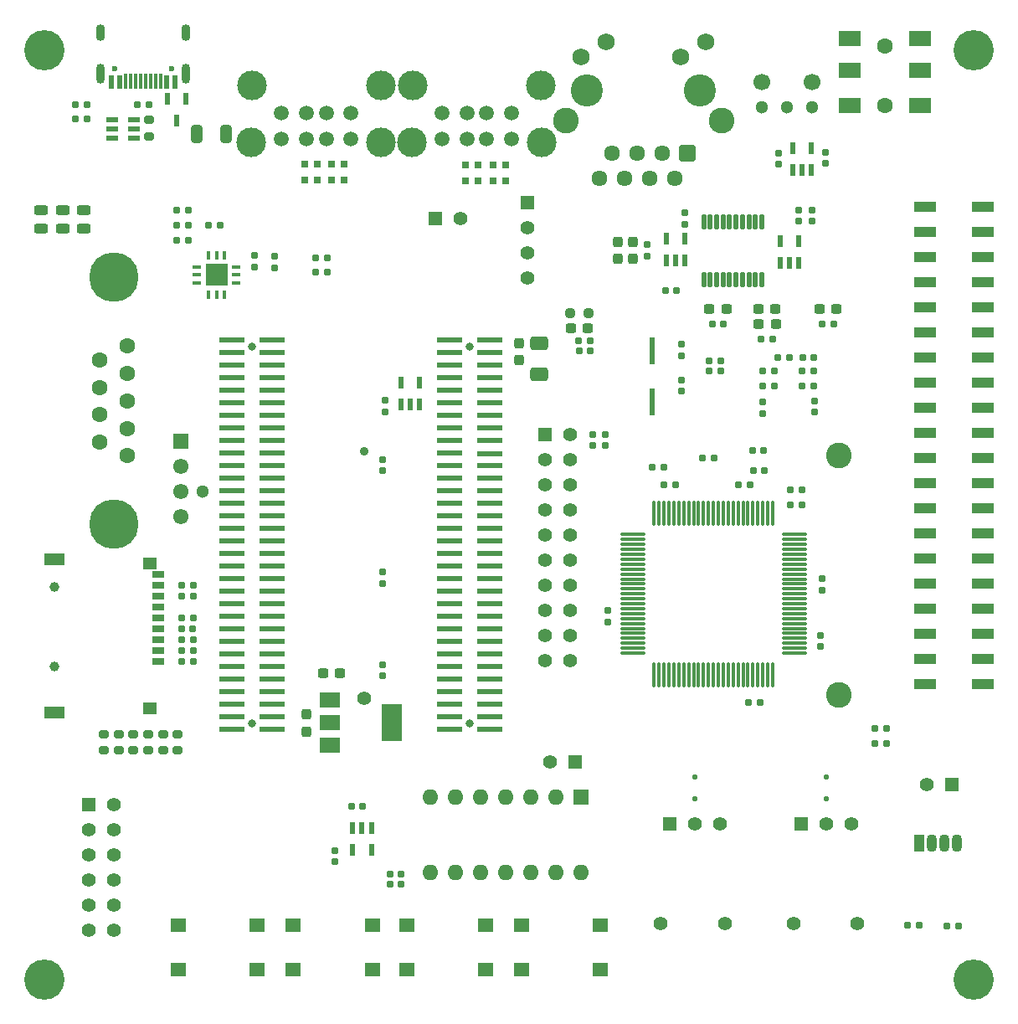
<source format=gts>
G04 #@! TF.GenerationSoftware,KiCad,Pcbnew,8.0.2-1*
G04 #@! TF.CreationDate,2024-06-26T09:27:30-04:00*
G04 #@! TF.ProjectId,MiniCamel,4d696e69-4361-46d6-956c-2e6b69636164,2.1*
G04 #@! TF.SameCoordinates,PX16e3600PY6052340*
G04 #@! TF.FileFunction,Soldermask,Top*
G04 #@! TF.FilePolarity,Negative*
%FSLAX46Y46*%
G04 Gerber Fmt 4.6, Leading zero omitted, Abs format (unit mm)*
G04 Created by KiCad (PCBNEW 8.0.2-1) date 2024-06-26 09:27:30*
%MOMM*%
%LPD*%
G01*
G04 APERTURE LIST*
G04 Aperture macros list*
%AMRoundRect*
0 Rectangle with rounded corners*
0 $1 Rounding radius*
0 $2 $3 $4 $5 $6 $7 $8 $9 X,Y pos of 4 corners*
0 Add a 4 corners polygon primitive as box body*
4,1,4,$2,$3,$4,$5,$6,$7,$8,$9,$2,$3,0*
0 Add four circle primitives for the rounded corners*
1,1,$1+$1,$2,$3*
1,1,$1+$1,$4,$5*
1,1,$1+$1,$6,$7*
1,1,$1+$1,$8,$9*
0 Add four rect primitives between the rounded corners*
20,1,$1+$1,$2,$3,$4,$5,0*
20,1,$1+$1,$4,$5,$6,$7,0*
20,1,$1+$1,$6,$7,$8,$9,0*
20,1,$1+$1,$8,$9,$2,$3,0*%
G04 Aperture macros list end*
%ADD10C,1.500000*%
%ADD11C,3.000000*%
%ADD12RoundRect,0.155000X0.155000X-0.212500X0.155000X0.212500X-0.155000X0.212500X-0.155000X-0.212500X0*%
%ADD13R,1.397000X1.397000*%
%ADD14C,1.397000*%
%ADD15RoundRect,0.237500X-0.250000X-0.237500X0.250000X-0.237500X0.250000X0.237500X-0.250000X0.237500X0*%
%ADD16RoundRect,0.237500X0.300000X0.237500X-0.300000X0.237500X-0.300000X-0.237500X0.300000X-0.237500X0*%
%ADD17RoundRect,0.160000X-0.197500X-0.160000X0.197500X-0.160000X0.197500X0.160000X-0.197500X0.160000X0*%
%ADD18R,0.600000X1.200000*%
%ADD19RoundRect,0.155000X0.212500X0.155000X-0.212500X0.155000X-0.212500X-0.155000X0.212500X-0.155000X0*%
%ADD20C,4.064000*%
%ADD21RoundRect,0.250000X-0.650000X0.412500X-0.650000X-0.412500X0.650000X-0.412500X0.650000X0.412500X0*%
%ADD22RoundRect,0.160000X-0.160000X0.197500X-0.160000X-0.197500X0.160000X-0.197500X0.160000X0.197500X0*%
%ADD23RoundRect,0.200000X0.275000X-0.200000X0.275000X0.200000X-0.275000X0.200000X-0.275000X-0.200000X0*%
%ADD24RoundRect,0.155000X-0.212500X-0.155000X0.212500X-0.155000X0.212500X0.155000X-0.212500X0.155000X0*%
%ADD25RoundRect,0.125000X-0.125000X0.125000X-0.125000X-0.125000X0.125000X-0.125000X0.125000X0.125000X0*%
%ADD26R,0.600000X2.800000*%
%ADD27RoundRect,0.112500X-0.112500X0.637500X-0.112500X-0.637500X0.112500X-0.637500X0.112500X0.637500X0*%
%ADD28R,1.600000X1.400000*%
%ADD29R,2.300000X1.020000*%
%ADD30R,0.700000X0.700000*%
%ADD31O,0.950000X0.370000*%
%ADD32O,0.370000X0.950000*%
%ADD33R,2.200000X2.200000*%
%ADD34RoundRect,0.237500X-0.237500X0.300000X-0.237500X-0.300000X0.237500X-0.300000X0.237500X0.300000X0*%
%ADD35C,3.250000*%
%ADD36RoundRect,0.102000X-0.704000X-0.704000X0.704000X-0.704000X0.704000X0.704000X-0.704000X0.704000X0*%
%ADD37C,1.612000*%
%ADD38C,1.734000*%
%ADD39C,2.604000*%
%ADD40R,1.200000X0.600000*%
%ADD41RoundRect,0.155000X-0.155000X0.212500X-0.155000X-0.212500X0.155000X-0.212500X0.155000X0.212500X0*%
%ADD42RoundRect,0.160000X0.197500X0.160000X-0.197500X0.160000X-0.197500X-0.160000X0.197500X-0.160000X0*%
%ADD43C,1.600000*%
%ADD44C,5.000000*%
%ADD45RoundRect,0.075000X-1.162500X-0.075000X1.162500X-0.075000X1.162500X0.075000X-1.162500X0.075000X0*%
%ADD46RoundRect,0.075000X-0.075000X-1.162500X0.075000X-1.162500X0.075000X1.162500X-0.075000X1.162500X0*%
%ADD47R,1.070000X1.800000*%
%ADD48O,1.070000X1.800000*%
%ADD49RoundRect,0.243750X0.456250X-0.243750X0.456250X0.243750X-0.456250X0.243750X-0.456250X-0.243750X0*%
%ADD50RoundRect,0.237500X-0.300000X-0.237500X0.300000X-0.237500X0.300000X0.237500X-0.300000X0.237500X0*%
%ADD51R,2.200000X1.600000*%
%ADD52RoundRect,0.237500X0.237500X-0.300000X0.237500X0.300000X-0.237500X0.300000X-0.237500X-0.300000X0*%
%ADD53C,0.600000*%
%ADD54R,0.600000X1.440000*%
%ADD55R,0.300000X1.500000*%
%ADD56O,0.900000X2.000000*%
%ADD57O,0.900000X1.700000*%
%ADD58C,1.300000*%
%ADD59C,1.700000*%
%ADD60R,2.000000X3.800000*%
%ADD61R,2.000000X1.500000*%
%ADD62R,1.600000X1.600000*%
%ADD63O,1.600000X1.600000*%
%ADD64RoundRect,0.160000X0.160000X-0.197500X0.160000X0.197500X-0.160000X0.197500X-0.160000X-0.197500X0*%
%ADD65R,1.530000X1.530000*%
%ADD66C,1.550000*%
%ADD67C,0.800000*%
%ADD68R,2.600000X0.630000*%
%ADD69RoundRect,0.250000X-0.325000X-0.650000X0.325000X-0.650000X0.325000X0.650000X-0.325000X0.650000X0*%
%ADD70C,1.000000*%
%ADD71R,1.300000X0.700000*%
%ADD72R,2.000000X1.200000*%
%ADD73R,1.400000X1.200000*%
%ADD74C,1.400000*%
%ADD75C,2.600000*%
%ADD76C,0.900000*%
G04 APERTURE END LIST*
D10*
X50220000Y64990000D03*
X47720000Y64990000D03*
X45720000Y64990000D03*
X43220000Y64990000D03*
X50220000Y67590000D03*
X47720000Y67590000D03*
X45720000Y67590000D03*
X43220000Y67590000D03*
D11*
X53270000Y64640000D03*
X53220000Y70440000D03*
X40220000Y70440000D03*
X40170000Y64640000D03*
D12*
X37249989Y10682492D03*
X37249989Y11817492D03*
D13*
X51875000Y58560000D03*
D14*
X51875000Y56020000D03*
X51875000Y53480000D03*
X51875000Y50940000D03*
D15*
X56200000Y47375000D03*
X58025000Y47375000D03*
D16*
X32887506Y11000005D03*
X31162506Y11000005D03*
D17*
X16850000Y13275000D03*
X18045000Y13275000D03*
D18*
X39050000Y38150000D03*
X40000000Y38150000D03*
X40950000Y38150000D03*
X40950000Y40350000D03*
X39050000Y40350000D03*
D19*
X75842500Y31500000D03*
X74707500Y31500000D03*
D20*
X97000000Y-20000000D03*
D19*
X82817500Y46310000D03*
X81682500Y46310000D03*
D17*
X30402500Y53000000D03*
X31597500Y53000000D03*
D19*
X66810000Y30000000D03*
X65675000Y30000000D03*
X39075000Y-10330000D03*
X37940000Y-10330000D03*
D10*
X34000000Y65000000D03*
X31500000Y65000000D03*
X29500000Y65000000D03*
X27000000Y65000000D03*
X34000000Y67600000D03*
X31500000Y67600000D03*
X29500000Y67600000D03*
X27000000Y67600000D03*
D11*
X37050000Y64650000D03*
X37000000Y70450000D03*
X24000000Y70450000D03*
X23950000Y64650000D03*
D21*
X53000000Y44312500D03*
X53000000Y41187500D03*
D17*
X16852500Y18775000D03*
X18047500Y18775000D03*
D19*
X75367500Y8030000D03*
X74232500Y8030000D03*
D22*
X24225000Y53195000D03*
X24225000Y52000000D03*
D12*
X80630000Y56690000D03*
X80630000Y57825000D03*
D23*
X9000000Y3174994D03*
X9000000Y4824994D03*
D17*
X75627500Y41550000D03*
X76822500Y41550000D03*
D24*
X12432500Y68500000D03*
X13567500Y68500000D03*
D25*
X68770000Y447500D03*
X68770000Y-1752500D03*
D26*
X64460000Y43585000D03*
X64460000Y38435000D03*
D27*
X75550000Y56600000D03*
X74900000Y56600000D03*
X74250000Y56600000D03*
X73600000Y56600000D03*
X72950000Y56600000D03*
X72300000Y56600000D03*
X71650000Y56600000D03*
X71000000Y56600000D03*
X70350000Y56600000D03*
X69700000Y56600000D03*
X69700000Y50800000D03*
X70350000Y50800000D03*
X71000000Y50800000D03*
X71650000Y50800000D03*
X72300000Y50800000D03*
X72950000Y50800000D03*
X73600000Y50800000D03*
X74250000Y50800000D03*
X74900000Y50800000D03*
X75550000Y50800000D03*
D28*
X28150000Y-19000000D03*
X36150000Y-19000000D03*
X28150000Y-14500000D03*
X36150000Y-14500000D03*
D29*
X92100000Y58130000D03*
X97900000Y58130000D03*
X92100000Y55590000D03*
X97900000Y55590000D03*
X92100000Y53050000D03*
X97900000Y53050000D03*
X92100000Y50510000D03*
X97900000Y50510000D03*
X92100000Y47970000D03*
X97900000Y47970000D03*
X92100000Y45430000D03*
X97900000Y45430000D03*
X92100000Y42890000D03*
X97900000Y42890000D03*
X92100000Y40350000D03*
X97900000Y40350000D03*
X92100000Y37810000D03*
X97900000Y37810000D03*
X92100000Y35270000D03*
X97900000Y35270000D03*
X92100000Y32730000D03*
X97900000Y32730000D03*
X92100000Y30190000D03*
X97900000Y30190000D03*
X92100000Y27650000D03*
X97900000Y27650000D03*
X92100000Y25110000D03*
X97900000Y25110000D03*
X92100000Y22570000D03*
X97900000Y22570000D03*
X92100000Y20030000D03*
X97900000Y20030000D03*
X92100000Y17490000D03*
X97900000Y17490000D03*
X92100000Y14950000D03*
X97900000Y14950000D03*
X92100000Y12410000D03*
X97900000Y12410000D03*
X92100000Y9870000D03*
X97900000Y9870000D03*
D12*
X80900000Y37357500D03*
X80900000Y38492500D03*
D30*
X49650000Y62400000D03*
X49650000Y60800000D03*
X48350000Y60800000D03*
X48350000Y62400000D03*
D31*
X22410000Y50440000D03*
X22410000Y51240000D03*
X22410000Y52040000D03*
D32*
X21210000Y53240000D03*
X20410000Y53240000D03*
X19610000Y53240000D03*
D31*
X18410000Y52040000D03*
X18410000Y51240000D03*
X18410000Y50440000D03*
D32*
X19610000Y49240000D03*
X20410000Y49240000D03*
X21210000Y49240000D03*
D33*
X20410000Y51240000D03*
D25*
X82060000Y460000D03*
X82060000Y-1740000D03*
D24*
X34082500Y-2460000D03*
X35217500Y-2460000D03*
D34*
X62550000Y54600000D03*
X62550000Y52875000D03*
D24*
X65807500Y49700000D03*
X66942500Y49700000D03*
D20*
X3000000Y-20000000D03*
D35*
X57890000Y69900000D03*
X69320000Y69900000D03*
D36*
X68050000Y63550000D03*
D37*
X66780000Y61010000D03*
X65510000Y63550000D03*
X64240000Y61010000D03*
X62970000Y63550000D03*
X61700000Y61010000D03*
X60430000Y63550000D03*
X59160000Y61010000D03*
D38*
X69930000Y74800000D03*
X67390000Y73280000D03*
X59820000Y74800000D03*
X57280000Y73280000D03*
D39*
X71480000Y66850000D03*
X55730000Y66850000D03*
D13*
X7480000Y-2350000D03*
D14*
X7480000Y-4890000D03*
X7480000Y-7430000D03*
X7480000Y-9970000D03*
X7480000Y-12510000D03*
X7480000Y-15050000D03*
X10020000Y-15050000D03*
X10020000Y-12510000D03*
X10020000Y-9970000D03*
X10020000Y-7430000D03*
X10020000Y-4890000D03*
X10020000Y-2350000D03*
D23*
X13500001Y3174994D03*
X13500001Y4824994D03*
D12*
X81980000Y62532500D03*
X81980000Y63667500D03*
X58500000Y33975000D03*
X58500000Y35110000D03*
D17*
X87012500Y5410000D03*
X88207500Y5410000D03*
D13*
X79500000Y-4250000D03*
D14*
X82040000Y-4250000D03*
X84580000Y-4250000D03*
D17*
X64477500Y31775000D03*
X65672500Y31775000D03*
D23*
X15000000Y3174994D03*
X15000000Y4824994D03*
D40*
X9900000Y66950000D03*
X9900000Y66000000D03*
X9900000Y65050000D03*
X12100000Y65050000D03*
X12100000Y66000000D03*
X12100000Y66950000D03*
D23*
X16500000Y3174994D03*
X16500000Y4824994D03*
D34*
X61000000Y54587500D03*
X61000000Y52862500D03*
D41*
X63975000Y54292500D03*
X63975000Y53157500D03*
D17*
X87012500Y3890000D03*
X88207500Y3890000D03*
D42*
X20785000Y56310000D03*
X19590000Y56310000D03*
D18*
X17350000Y69048500D03*
X16400000Y66848500D03*
X15450000Y69048500D03*
D19*
X58225000Y43550000D03*
X57090000Y43550000D03*
D17*
X69577500Y32700000D03*
X70772500Y32700000D03*
D14*
X65348800Y-14375000D03*
X71851200Y-14375000D03*
D24*
X75507500Y44800000D03*
X76642500Y44800000D03*
D28*
X39650000Y-19000000D03*
X47650000Y-19000000D03*
X39650000Y-14500000D03*
X47650000Y-14500000D03*
D42*
X7347500Y68500000D03*
X6152500Y68500000D03*
D43*
X11420000Y44045000D03*
X11420000Y41275000D03*
X11420000Y38505000D03*
X11420000Y35735000D03*
X11420000Y32965000D03*
X8580000Y42660000D03*
X8580000Y39890000D03*
X8580000Y37120000D03*
X8580000Y34350000D03*
D44*
X10000000Y26010000D03*
X10000000Y51000000D03*
D18*
X77400000Y52500000D03*
X78350000Y52500000D03*
X79300000Y52500000D03*
X79300000Y54700000D03*
X77400000Y54700000D03*
D12*
X75650000Y37257500D03*
X75650000Y38392500D03*
X59700000Y33975000D03*
X59700000Y35110000D03*
D41*
X32410000Y-6940000D03*
X32410000Y-8075000D03*
D24*
X16875000Y15475000D03*
X18010000Y15475000D03*
D30*
X32030000Y60880000D03*
X32030000Y62480000D03*
X33330000Y62480000D03*
X33330000Y60880000D03*
D24*
X70242500Y41560000D03*
X71377500Y41560000D03*
D45*
X62499995Y24999989D03*
X62499995Y24499989D03*
X62499995Y23999989D03*
X62499995Y23499989D03*
X62499995Y22999989D03*
X62499995Y22499989D03*
X62499995Y21999989D03*
X62499995Y21499989D03*
X62499995Y20999989D03*
X62499995Y20499989D03*
X62499995Y19999989D03*
X62499995Y19499989D03*
X62499995Y18999989D03*
X62499995Y18499989D03*
X62499995Y17999989D03*
X62499995Y17499989D03*
X62499995Y16999989D03*
X62499995Y16499989D03*
X62499995Y15999989D03*
X62499995Y15499989D03*
X62499995Y14999989D03*
X62499995Y14499989D03*
X62499995Y13999989D03*
X62499995Y13499989D03*
X62499995Y12999989D03*
D46*
X64662495Y10837489D03*
X65162495Y10837489D03*
X65662495Y10837489D03*
X66162495Y10837489D03*
X66662495Y10837489D03*
X67162495Y10837489D03*
X67662495Y10837489D03*
X68162495Y10837489D03*
X68662495Y10837489D03*
X69162495Y10837489D03*
X69662495Y10837489D03*
X70162495Y10837489D03*
X70662495Y10837489D03*
X71162495Y10837489D03*
X71662495Y10837489D03*
X72162495Y10837489D03*
X72662495Y10837489D03*
X73162495Y10837489D03*
X73662495Y10837489D03*
X74162495Y10837489D03*
X74662495Y10837489D03*
X75162495Y10837489D03*
X75662495Y10837489D03*
X76162495Y10837489D03*
X76662495Y10837489D03*
D45*
X78824995Y12999989D03*
X78824995Y13499989D03*
X78824995Y13999989D03*
X78824995Y14499989D03*
X78824995Y14999989D03*
X78824995Y15499989D03*
X78824995Y15999989D03*
X78824995Y16499989D03*
X78824995Y16999989D03*
X78824995Y17499989D03*
X78824995Y17999989D03*
X78824995Y18499989D03*
X78824995Y18999989D03*
X78824995Y19499989D03*
X78824995Y19999989D03*
X78824995Y20499989D03*
X78824995Y20999989D03*
X78824995Y21499989D03*
X78824995Y21999989D03*
X78824995Y22499989D03*
X78824995Y22999989D03*
X78824995Y23499989D03*
X78824995Y23999989D03*
X78824995Y24499989D03*
X78824995Y24999989D03*
D46*
X76662495Y27162489D03*
X76162495Y27162489D03*
X75662495Y27162489D03*
X75162495Y27162489D03*
X74662495Y27162489D03*
X74162495Y27162489D03*
X73662495Y27162489D03*
X73162495Y27162489D03*
X72662495Y27162489D03*
X72162495Y27162489D03*
X71662495Y27162489D03*
X71162495Y27162489D03*
X70662495Y27162489D03*
X70162495Y27162489D03*
X69662495Y27162489D03*
X69162495Y27162489D03*
X68662495Y27162489D03*
X68162495Y27162489D03*
X67662495Y27162489D03*
X67162495Y27162489D03*
X66662495Y27162489D03*
X66162495Y27162489D03*
X65662495Y27162489D03*
X65162495Y27162489D03*
X64662495Y27162489D03*
D28*
X16550000Y-19000000D03*
X24550000Y-19000000D03*
X16550000Y-14500000D03*
X24550000Y-14500000D03*
D23*
X10499999Y3174994D03*
X10499999Y4824994D03*
D12*
X81500000Y13675000D03*
X81500000Y14810000D03*
D17*
X16852500Y16575000D03*
X18047500Y16575000D03*
D47*
X91520000Y-6210000D03*
D48*
X92790000Y-6210000D03*
X94060000Y-6210000D03*
X95330000Y-6210000D03*
D17*
X90292500Y-14540000D03*
X91487500Y-14540000D03*
D41*
X37249989Y32567488D03*
X37249989Y31432488D03*
D19*
X80817500Y42900000D03*
X79682500Y42900000D03*
D13*
X53670000Y35110000D03*
D14*
X56210000Y35110000D03*
X53670000Y32570000D03*
X56210000Y32570000D03*
X53670000Y30030000D03*
X56210000Y30030000D03*
X53670000Y27490000D03*
X56210000Y27490000D03*
X53670000Y24950000D03*
X56210000Y24950000D03*
X53670000Y22410000D03*
X56210000Y22410000D03*
X53670000Y19870000D03*
X56210000Y19870000D03*
X53670000Y17330000D03*
X56210000Y17330000D03*
X53670000Y14790000D03*
X56210000Y14790000D03*
X53670000Y12250000D03*
X56210000Y12250000D03*
D12*
X26275000Y51975000D03*
X26275000Y53110000D03*
D16*
X71970000Y47780000D03*
X70245000Y47780000D03*
D24*
X73207500Y30000000D03*
X74342500Y30000000D03*
D49*
X7000000Y55912500D03*
X7000000Y57787500D03*
D50*
X75237500Y46250000D03*
X76962500Y46250000D03*
D18*
X36080000Y-4720000D03*
X35130000Y-4720000D03*
X34180000Y-4720000D03*
X34180000Y-6920000D03*
X36080000Y-6920000D03*
D24*
X78457488Y27999996D03*
X79592488Y27999996D03*
D49*
X4850000Y55912500D03*
X4850000Y57787500D03*
D17*
X16850000Y14375000D03*
X18045000Y14375000D03*
D13*
X94760000Y-250000D03*
D14*
X92220000Y-250000D03*
D17*
X75627500Y40030000D03*
X76822500Y40030000D03*
D18*
X65900000Y52700000D03*
X66850000Y52700000D03*
X67800000Y52700000D03*
X67800000Y54900000D03*
X65900000Y54900000D03*
D49*
X2700000Y55912500D03*
X2700000Y57787500D03*
D20*
X3000000Y74000000D03*
D43*
X88010000Y74420000D03*
X88010000Y68420000D03*
D51*
X84460000Y71920000D03*
X91560000Y71920000D03*
X84460000Y75120000D03*
X91560000Y75120000D03*
X84460000Y68420000D03*
X91560000Y68420000D03*
D17*
X57050000Y44550000D03*
X58245000Y44550000D03*
D14*
X78748800Y-14375000D03*
X85251200Y-14375000D03*
D52*
X29499992Y5087502D03*
X29499992Y6812502D03*
D50*
X75230000Y47800000D03*
X76955000Y47800000D03*
D53*
X15890000Y72070000D03*
X10110000Y72070000D03*
D54*
X16200000Y70790000D03*
X15400000Y70790000D03*
D55*
X14250000Y70820000D03*
X13250000Y70820000D03*
X12750000Y70820000D03*
X11750000Y70820000D03*
D54*
X10600000Y70790000D03*
X9800000Y70790000D03*
D55*
X11250000Y70820000D03*
X12250000Y70820000D03*
X13750000Y70820000D03*
X14750000Y70820000D03*
D56*
X17325000Y71570000D03*
D57*
X17325000Y75750000D03*
D56*
X8675000Y71570000D03*
D57*
X8675000Y75750000D03*
D12*
X67800000Y56375000D03*
X67800000Y57510000D03*
D13*
X56650000Y1990000D03*
D14*
X54110000Y1990000D03*
D20*
X97000000Y74000000D03*
D12*
X79300000Y56700000D03*
X79300000Y57835000D03*
D24*
X78457488Y29499993D03*
X79592488Y29499993D03*
D50*
X56250000Y45850000D03*
X57975000Y45850000D03*
D17*
X79642500Y41550000D03*
X80837500Y41550000D03*
D41*
X37500000Y38567500D03*
X37500000Y37432500D03*
D58*
X80640000Y68170000D03*
X78100000Y68170000D03*
X75560000Y68170000D03*
D59*
X80640000Y70790000D03*
X75560000Y70790000D03*
D24*
X37942500Y-9330000D03*
X39077500Y-9330000D03*
D23*
X11999999Y3174994D03*
X11999999Y4824994D03*
D41*
X81675000Y20510000D03*
X81675000Y19375000D03*
D12*
X77216000Y62424500D03*
X77216000Y63559500D03*
D18*
X78670000Y61850000D03*
X79620000Y61850000D03*
X80570000Y61850000D03*
X80570000Y64050000D03*
X78670000Y64050000D03*
D60*
X38150000Y6000000D03*
D61*
X31850000Y8300000D03*
X31850000Y6000000D03*
X31850000Y3700000D03*
D62*
X57260000Y-1530000D03*
D63*
X54720000Y-1530000D03*
X52180000Y-1530000D03*
X49640000Y-1530000D03*
X47100000Y-1530000D03*
X44560000Y-1530000D03*
X42020000Y-1530000D03*
X42020000Y-9150000D03*
X44560000Y-9150000D03*
X47100000Y-9150000D03*
X49640000Y-9150000D03*
X52180000Y-9150000D03*
X54720000Y-9150000D03*
X57260000Y-9150000D03*
D42*
X17602500Y54790000D03*
X16407500Y54790000D03*
D28*
X51250000Y-19000000D03*
X59250000Y-19000000D03*
X51250000Y-14500000D03*
X59250000Y-14500000D03*
D17*
X16850000Y12175000D03*
X18045000Y12175000D03*
D64*
X37249989Y20061007D03*
X37249989Y21256007D03*
D58*
X19000000Y29380000D03*
D65*
X16840000Y34460000D03*
D66*
X16840000Y31920000D03*
X16840000Y29380000D03*
X16840000Y26840000D03*
D67*
X24000000Y44000000D03*
X24000000Y5900000D03*
X46000000Y44000000D03*
X46000000Y5900000D03*
D68*
X21950000Y44635000D03*
X26050000Y44635000D03*
X21950000Y43365000D03*
X26050000Y43365000D03*
X21950000Y42095000D03*
X26050000Y42095000D03*
X21950000Y40825000D03*
X26050000Y40825000D03*
X21950000Y39555000D03*
X26050000Y39555000D03*
X21950000Y38285000D03*
X26050000Y38285000D03*
X21950000Y37015000D03*
X26050000Y37015000D03*
X21950000Y35745000D03*
X26050000Y35745000D03*
X21950000Y34475000D03*
X26050000Y34475000D03*
X21950000Y33205000D03*
X26050000Y33205000D03*
X21950000Y31935000D03*
X26050000Y31935000D03*
X21950000Y30665000D03*
X26050000Y30665000D03*
X21950000Y29395000D03*
X26050000Y29395000D03*
X21950000Y28125000D03*
X26050000Y28125000D03*
X21950000Y26855000D03*
X26050000Y26855000D03*
X21950000Y25585000D03*
X26050000Y25585000D03*
X21950000Y24315000D03*
X26050000Y24315000D03*
X21950000Y23045000D03*
X26050000Y23045000D03*
X21950000Y21775000D03*
X26050000Y21775000D03*
X21950000Y20505000D03*
X26050000Y20505000D03*
X21950000Y19235000D03*
X26050000Y19235000D03*
X21950000Y17965000D03*
X26050000Y17965000D03*
X21950000Y16695000D03*
X26050000Y16695000D03*
X21950000Y15425000D03*
X26050000Y15425000D03*
X21950000Y14155000D03*
X26050000Y14155000D03*
X21950000Y12885000D03*
X26050000Y12885000D03*
X21950000Y11615000D03*
X26050000Y11615000D03*
X21950000Y10345000D03*
X26050000Y10345000D03*
X21950000Y9075000D03*
X26050000Y9075000D03*
X21950000Y7805000D03*
X26050000Y7805000D03*
X21950000Y6535000D03*
X26050000Y6535000D03*
X21950000Y5265000D03*
X26050000Y5265000D03*
X43950000Y44635000D03*
X48050000Y44635000D03*
X43950000Y43365000D03*
X48050000Y43365000D03*
X43950000Y42095000D03*
X48050000Y42095000D03*
X43950000Y40825000D03*
X48050000Y40825000D03*
X43950000Y39555000D03*
X48050000Y39555000D03*
X43950000Y38285000D03*
X48050000Y38285000D03*
X43950000Y37015000D03*
X48050000Y37015000D03*
X43950000Y35745000D03*
X48050000Y35745000D03*
X43950000Y34475000D03*
X48050000Y34475000D03*
X43950000Y33205000D03*
X48050000Y33195000D03*
X43950000Y31935000D03*
X48050000Y31935000D03*
X43950000Y30665000D03*
X48050000Y30665000D03*
X43950000Y29395000D03*
X48050000Y29395000D03*
X43950000Y28125000D03*
X48050000Y28125000D03*
X43950000Y26855000D03*
X48050000Y26855000D03*
X43950000Y25585000D03*
X48050000Y25585000D03*
X43950000Y24315000D03*
X48050000Y24315000D03*
X43950000Y23045000D03*
X48050000Y23045000D03*
X43950000Y21775000D03*
X48050000Y21775000D03*
X43950000Y20505000D03*
X48050000Y20505000D03*
X43950000Y19235000D03*
X48050000Y19235000D03*
X43950000Y17965000D03*
X48050000Y17965000D03*
X43950000Y16695000D03*
X48050000Y16695000D03*
X43950000Y15425000D03*
X48050000Y15425000D03*
X43950000Y14155000D03*
X48050000Y14155000D03*
X43950000Y12885000D03*
X48050000Y12885000D03*
X43950000Y11615000D03*
X48050000Y11615000D03*
X43950000Y10345000D03*
X48050000Y10345000D03*
X43950000Y9075000D03*
X48050000Y9075000D03*
X43950000Y7805000D03*
X48050000Y7805000D03*
X43950000Y6535000D03*
X48050000Y6535000D03*
X43950000Y5265000D03*
X48050000Y5265000D03*
D12*
X60000007Y16157513D03*
X60000007Y17292513D03*
D42*
X17597500Y57800000D03*
X16402500Y57800000D03*
D12*
X67440000Y43097500D03*
X67440000Y44232500D03*
D17*
X70195000Y42550000D03*
X71390000Y42550000D03*
D23*
X13625000Y65275000D03*
X13625000Y66925000D03*
D17*
X77142500Y42875000D03*
X78337500Y42875000D03*
D13*
X66250000Y-4250000D03*
D14*
X68790000Y-4250000D03*
X71330000Y-4250000D03*
D16*
X83102500Y47840000D03*
X81377500Y47840000D03*
D41*
X67440000Y40652500D03*
X67440000Y39517500D03*
D42*
X17597500Y56300000D03*
X16402500Y56300000D03*
D30*
X46890000Y62400000D03*
X46890000Y60800000D03*
X45590000Y60800000D03*
X45590000Y62400000D03*
D19*
X75767500Y33500000D03*
X74632500Y33500000D03*
D17*
X94282500Y-14560000D03*
X95477500Y-14560000D03*
D42*
X80837500Y40030000D03*
X79642500Y40030000D03*
D19*
X71675000Y46260000D03*
X70540000Y46260000D03*
D17*
X16852500Y19875000D03*
X18047500Y19875000D03*
D42*
X7347500Y67000000D03*
X6152500Y67000000D03*
D69*
X18425000Y65500000D03*
X21375000Y65500000D03*
D17*
X30402500Y51500000D03*
X31597500Y51500000D03*
D34*
X51000000Y44362500D03*
X51000000Y42637500D03*
D30*
X29310000Y60880000D03*
X29310000Y62480000D03*
X30610000Y62480000D03*
X30610000Y60880000D03*
D70*
X4000000Y19690000D03*
X4000000Y11690000D03*
D71*
X14550000Y12180000D03*
X14550000Y13280000D03*
X14550000Y14380000D03*
X14550000Y15480000D03*
X14550000Y16580000D03*
X14550000Y17680000D03*
X14550000Y18780000D03*
X14550000Y19880000D03*
X14550000Y20980000D03*
D72*
X4000000Y22500000D03*
D73*
X13700000Y22080000D03*
X13700000Y7400000D03*
D72*
X4000000Y6980000D03*
D74*
X35330500Y8400000D03*
D75*
X83380500Y8800000D03*
X83380500Y33000000D03*
D76*
X35330500Y33400000D03*
D13*
X42580000Y56925000D03*
D14*
X45120000Y56925000D03*
M02*

</source>
